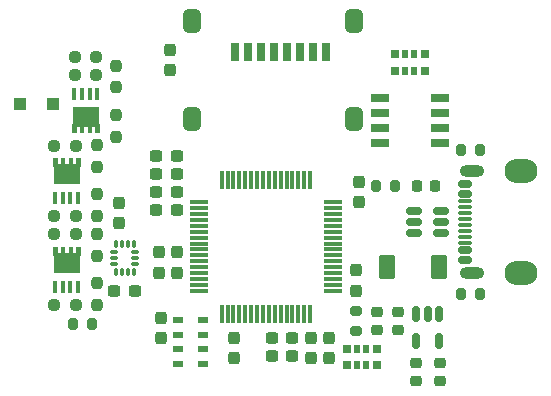
<source format=gbr>
%TF.GenerationSoftware,KiCad,Pcbnew,9.0.1*%
%TF.CreationDate,2025-05-21T17:24:48-04:00*%
%TF.ProjectId,control-module,636f6e74-726f-46c2-9d6d-6f64756c652e,rev?*%
%TF.SameCoordinates,Original*%
%TF.FileFunction,Paste,Top*%
%TF.FilePolarity,Positive*%
%FSLAX46Y46*%
G04 Gerber Fmt 4.6, Leading zero omitted, Abs format (unit mm)*
G04 Created by KiCad (PCBNEW 9.0.1) date 2025-05-21 17:24:48*
%MOMM*%
%LPD*%
G01*
G04 APERTURE LIST*
G04 Aperture macros list*
%AMRoundRect*
0 Rectangle with rounded corners*
0 $1 Rounding radius*
0 $2 $3 $4 $5 $6 $7 $8 $9 X,Y pos of 4 corners*
0 Add a 4 corners polygon primitive as box body*
4,1,4,$2,$3,$4,$5,$6,$7,$8,$9,$2,$3,0*
0 Add four circle primitives for the rounded corners*
1,1,$1+$1,$2,$3*
1,1,$1+$1,$4,$5*
1,1,$1+$1,$6,$7*
1,1,$1+$1,$8,$9*
0 Add four rect primitives between the rounded corners*
20,1,$1+$1,$2,$3,$4,$5,0*
20,1,$1+$1,$4,$5,$6,$7,0*
20,1,$1+$1,$6,$7,$8,$9,0*
20,1,$1+$1,$8,$9,$2,$3,0*%
%AMFreePoly0*
4,1,21,1.372500,0.787500,0.862500,0.787500,0.862500,0.532500,1.372500,0.532500,1.372500,0.127500,0.862500,0.127500,0.862500,-0.127500,1.372500,-0.127500,1.372500,-0.532500,0.862500,-0.532500,0.862500,-0.787500,1.372500,-0.787500,1.372500,-1.195000,0.612500,-1.195000,0.612500,-1.117500,-0.862500,-1.117500,-0.862500,1.117500,0.612500,1.117500,0.612500,1.195000,1.372500,1.195000,
1.372500,0.787500,1.372500,0.787500,$1*%
G04 Aperture macros list end*
%ADD10RoundRect,0.237500X0.237500X-0.250000X0.237500X0.250000X-0.237500X0.250000X-0.237500X-0.250000X0*%
%ADD11RoundRect,0.237500X-0.250000X-0.237500X0.250000X-0.237500X0.250000X0.237500X-0.250000X0.237500X0*%
%ADD12R,0.405000X0.990000*%
%ADD13FreePoly0,90.000000*%
%ADD14RoundRect,0.237500X0.237500X-0.300000X0.237500X0.300000X-0.237500X0.300000X-0.237500X-0.300000X0*%
%ADD15RoundRect,0.200000X-0.200000X-0.275000X0.200000X-0.275000X0.200000X0.275000X-0.200000X0.275000X0*%
%ADD16R,0.640000X0.700000*%
%ADD17R,0.500000X0.700000*%
%ADD18RoundRect,0.225000X-0.250000X0.225000X-0.250000X-0.225000X0.250000X-0.225000X0.250000X0.225000X0*%
%ADD19R,0.950000X0.550000*%
%ADD20RoundRect,0.237500X0.300000X0.237500X-0.300000X0.237500X-0.300000X-0.237500X0.300000X-0.237500X0*%
%ADD21RoundRect,0.087500X-0.087500X0.225000X-0.087500X-0.225000X0.087500X-0.225000X0.087500X0.225000X0*%
%ADD22RoundRect,0.087500X-0.225000X0.087500X-0.225000X-0.087500X0.225000X-0.087500X0.225000X0.087500X0*%
%ADD23RoundRect,0.237500X0.250000X0.237500X-0.250000X0.237500X-0.250000X-0.237500X0.250000X-0.237500X0*%
%ADD24RoundRect,0.237500X-0.237500X0.250000X-0.237500X-0.250000X0.237500X-0.250000X0.237500X0.250000X0*%
%ADD25RoundRect,0.200000X0.200000X0.275000X-0.200000X0.275000X-0.200000X-0.275000X0.200000X-0.275000X0*%
%ADD26RoundRect,0.150000X-0.150000X0.512500X-0.150000X-0.512500X0.150000X-0.512500X0.150000X0.512500X0*%
%ADD27RoundRect,0.250000X-0.300000X-0.300000X0.300000X-0.300000X0.300000X0.300000X-0.300000X0.300000X0*%
%ADD28RoundRect,0.237500X-0.237500X0.300000X-0.237500X-0.300000X0.237500X-0.300000X0.237500X0.300000X0*%
%ADD29RoundRect,0.150000X0.512500X0.150000X-0.512500X0.150000X-0.512500X-0.150000X0.512500X-0.150000X0*%
%ADD30RoundRect,0.190000X0.610000X0.190000X-0.610000X0.190000X-0.610000X-0.190000X0.610000X-0.190000X0*%
%ADD31R,0.800000X1.500000*%
%ADD32RoundRect,0.362500X-0.362500X-0.637500X0.362500X-0.637500X0.362500X0.637500X-0.362500X0.637500X0*%
%ADD33RoundRect,0.237500X-0.300000X-0.237500X0.300000X-0.237500X0.300000X0.237500X-0.300000X0.237500X0*%
%ADD34RoundRect,0.200000X-0.275000X0.200000X-0.275000X-0.200000X0.275000X-0.200000X0.275000X0.200000X0*%
%ADD35RoundRect,0.218750X0.256250X-0.218750X0.256250X0.218750X-0.256250X0.218750X-0.256250X-0.218750X0*%
%ADD36RoundRect,0.218750X0.218750X0.256250X-0.218750X0.256250X-0.218750X-0.256250X0.218750X-0.256250X0*%
%ADD37RoundRect,0.250000X0.450000X0.800000X-0.450000X0.800000X-0.450000X-0.800000X0.450000X-0.800000X0*%
%ADD38FreePoly0,270.000000*%
%ADD39RoundRect,0.150000X0.425000X-0.150000X0.425000X0.150000X-0.425000X0.150000X-0.425000X-0.150000X0*%
%ADD40RoundRect,0.075000X0.500000X-0.075000X0.500000X0.075000X-0.500000X0.075000X-0.500000X-0.075000X0*%
%ADD41O,2.100000X1.000000*%
%ADD42O,2.794000X2.032000*%
%ADD43RoundRect,0.237500X-0.237500X0.287500X-0.237500X-0.287500X0.237500X-0.287500X0.237500X0.287500X0*%
%ADD44RoundRect,0.075000X-0.700000X-0.075000X0.700000X-0.075000X0.700000X0.075000X-0.700000X0.075000X0*%
%ADD45RoundRect,0.075000X-0.075000X-0.700000X0.075000X-0.700000X0.075000X0.700000X-0.075000X0.700000X0*%
G04 APERTURE END LIST*
D10*
%TO.C,R10*%
X127161000Y-78890500D03*
X127161000Y-77065500D03*
%TD*%
D11*
%TO.C,R13*%
X125325500Y-57912000D03*
X127150500Y-57912000D03*
%TD*%
D12*
%TO.C,Q3*%
X123634000Y-69810500D03*
X124294000Y-69810500D03*
X124954000Y-69810500D03*
X125614000Y-69810500D03*
D13*
X124624000Y-67818000D03*
%TD*%
D11*
%TO.C,R20*%
X123584500Y-65405000D03*
X125409500Y-65405000D03*
%TD*%
D14*
%TO.C,C10*%
X132461000Y-76173500D03*
X132461000Y-74448500D03*
%TD*%
D11*
%TO.C,R12*%
X123584500Y-72932000D03*
X125409500Y-72932000D03*
%TD*%
D15*
%TO.C,R2*%
X150813000Y-68834000D03*
X152463000Y-68834000D03*
%TD*%
D12*
%TO.C,Q1*%
X123634000Y-77337500D03*
X124294000Y-77337500D03*
X124954000Y-77337500D03*
X125614000Y-77337500D03*
D13*
X124624000Y-75345000D03*
%TD*%
D16*
%TO.C,RN2*%
X154940000Y-57658000D03*
D17*
X154070000Y-57658000D03*
X153270000Y-57658000D03*
D16*
X152400000Y-57658000D03*
X152400000Y-59058000D03*
D17*
X153270000Y-59058000D03*
X154070000Y-59058000D03*
D16*
X154940000Y-59058000D03*
%TD*%
D18*
%TO.C,C1*%
X152654000Y-79489000D03*
X152654000Y-81039000D03*
%TD*%
D19*
%TO.C,U4*%
X134053000Y-80167000D03*
X134053000Y-81417000D03*
X134053000Y-82667000D03*
X134053000Y-83917000D03*
X136203000Y-83917000D03*
X136203000Y-82667000D03*
X136203000Y-81417000D03*
X136203000Y-80167000D03*
%TD*%
D20*
%TO.C,C12*%
X133958500Y-70866000D03*
X132233500Y-70866000D03*
%TD*%
D18*
%TO.C,C2*%
X154178000Y-83807000D03*
X154178000Y-85357000D03*
%TD*%
D21*
%TO.C,U5*%
X130290000Y-73767500D03*
X129790000Y-73767500D03*
X129290000Y-73767500D03*
X128790000Y-73767500D03*
D22*
X128627500Y-74430000D03*
X128627500Y-74930000D03*
X128627500Y-75430000D03*
D21*
X128790000Y-76092500D03*
X129290000Y-76092500D03*
X129790000Y-76092500D03*
X130290000Y-76092500D03*
D22*
X130452500Y-75430000D03*
X130452500Y-74930000D03*
X130452500Y-74430000D03*
%TD*%
D23*
%TO.C,R14*%
X127150500Y-59436000D03*
X125325500Y-59436000D03*
%TD*%
D20*
%TO.C,C4*%
X143737500Y-81661000D03*
X142012500Y-81661000D03*
%TD*%
D24*
%TO.C,R16*%
X128778000Y-58650500D03*
X128778000Y-60475500D03*
%TD*%
D18*
%TO.C,C3*%
X156210000Y-83807000D03*
X156210000Y-85357000D03*
%TD*%
D24*
%TO.C,R19*%
X127161000Y-65381500D03*
X127161000Y-67206500D03*
%TD*%
D15*
%TO.C,R1*%
X125159000Y-80518000D03*
X126809000Y-80518000D03*
%TD*%
D25*
%TO.C,R8*%
X159638000Y-65786000D03*
X157988000Y-65786000D03*
%TD*%
D26*
%TO.C,U1*%
X156144000Y-79634500D03*
X155194000Y-79634500D03*
X154244000Y-79634500D03*
X154244000Y-81909500D03*
X156144000Y-81909500D03*
%TD*%
D25*
%TO.C,R7*%
X159638000Y-77978000D03*
X157988000Y-77978000D03*
%TD*%
D27*
%TO.C,D4*%
X120647000Y-61849000D03*
X123447000Y-61849000D03*
%TD*%
D24*
%TO.C,R15*%
X128778000Y-62841500D03*
X128778000Y-64666500D03*
%TD*%
D11*
%TO.C,R9*%
X123584500Y-78901000D03*
X125409500Y-78901000D03*
%TD*%
D28*
%TO.C,C16*%
X133359000Y-57272000D03*
X133359000Y-58997000D03*
%TD*%
D20*
%TO.C,C8*%
X133958500Y-69342000D03*
X132233500Y-69342000D03*
%TD*%
D14*
%TO.C,C14*%
X149098000Y-77697500D03*
X149098000Y-75972500D03*
%TD*%
D16*
%TO.C,RN1*%
X148336000Y-84012000D03*
D17*
X149206000Y-84012000D03*
X150006000Y-84012000D03*
D16*
X150876000Y-84012000D03*
X150876000Y-82612000D03*
D17*
X150006000Y-82612000D03*
X149206000Y-82612000D03*
D16*
X148336000Y-82612000D03*
%TD*%
D29*
%TO.C,U2*%
X156331500Y-72832000D03*
X156331500Y-71882000D03*
X156331500Y-70932000D03*
X154056500Y-70932000D03*
X154056500Y-71882000D03*
X154056500Y-72832000D03*
%TD*%
D24*
%TO.C,R11*%
X127161000Y-72908500D03*
X127161000Y-74733500D03*
%TD*%
D30*
%TO.C,SW1*%
X156210000Y-65151000D03*
X156210000Y-63881000D03*
X156210000Y-62611000D03*
X156210000Y-61341000D03*
X151130000Y-61341000D03*
X151130000Y-62611000D03*
X151130000Y-63881000D03*
X151130000Y-65151000D03*
%TD*%
D14*
%TO.C,C13*%
X133985000Y-76173500D03*
X133985000Y-74448500D03*
%TD*%
D20*
%TO.C,C7*%
X143737500Y-83185000D03*
X142012500Y-83185000D03*
%TD*%
%TO.C,C6*%
X133958500Y-66294000D03*
X132233500Y-66294000D03*
%TD*%
D28*
%TO.C,C11*%
X138811000Y-81687500D03*
X138811000Y-83412500D03*
%TD*%
D31*
%TO.C,J4*%
X138908000Y-57463000D03*
X140008000Y-57463000D03*
X141108000Y-57463000D03*
X142208000Y-57463000D03*
X143308000Y-57463000D03*
X144408000Y-57463000D03*
X145508000Y-57463000D03*
X146608000Y-57463000D03*
D32*
X135238000Y-54863000D03*
X135238000Y-63163000D03*
X148988000Y-54863000D03*
X148988000Y-63163000D03*
%TD*%
D10*
%TO.C,R18*%
X127161000Y-71363500D03*
X127161000Y-69538500D03*
%TD*%
D33*
%TO.C,C19*%
X128677500Y-77724000D03*
X130402500Y-77724000D03*
%TD*%
D28*
%TO.C,C17*%
X132588000Y-80010000D03*
X132588000Y-81735000D03*
%TD*%
%TO.C,C9*%
X146812000Y-81687500D03*
X146812000Y-83412500D03*
%TD*%
D34*
%TO.C,R3*%
X149098000Y-79439000D03*
X149098000Y-81089000D03*
%TD*%
D35*
%TO.C,D2*%
X150876000Y-81051500D03*
X150876000Y-79476500D03*
%TD*%
D36*
%TO.C,D1*%
X155854500Y-68834000D03*
X154279500Y-68834000D03*
%TD*%
D14*
%TO.C,C18*%
X129032000Y-71982500D03*
X129032000Y-70257500D03*
%TD*%
D20*
%TO.C,C5*%
X133958500Y-67818000D03*
X132233500Y-67818000D03*
%TD*%
D37*
%TO.C,D3*%
X156124000Y-75692000D03*
X151724000Y-75692000D03*
%TD*%
D11*
%TO.C,R17*%
X123584500Y-71374000D03*
X125409500Y-71374000D03*
%TD*%
D12*
%TO.C,Q2*%
X127228000Y-61033500D03*
X126568000Y-61033500D03*
X125908000Y-61033500D03*
X125248000Y-61033500D03*
D38*
X126238000Y-63026000D03*
%TD*%
D39*
%TO.C,J3*%
X158372000Y-75082000D03*
X158372000Y-74282000D03*
D40*
X158372000Y-73132000D03*
X158372000Y-72132000D03*
X158372000Y-71632000D03*
X158372000Y-70632000D03*
D39*
X158372000Y-69482000D03*
X158372000Y-68682000D03*
X158372000Y-68682000D03*
X158372000Y-69482000D03*
D40*
X158372000Y-70132000D03*
X158372000Y-71132000D03*
X158372000Y-72632000D03*
X158372000Y-73632000D03*
D39*
X158372000Y-74282000D03*
X158372000Y-75082000D03*
D41*
X158947000Y-76202000D03*
D42*
X163127000Y-76202000D03*
D41*
X158947000Y-67562000D03*
D42*
X163127000Y-67562000D03*
%TD*%
D43*
%TO.C,L1*%
X145288000Y-81675000D03*
X145288000Y-83425000D03*
%TD*%
D44*
%TO.C,U3*%
X135824000Y-70201000D03*
X135824000Y-70701000D03*
X135824000Y-71201000D03*
X135824000Y-71701000D03*
X135824000Y-72201000D03*
X135824000Y-72701000D03*
X135824000Y-73201000D03*
X135824000Y-73701000D03*
X135824000Y-74201000D03*
X135824000Y-74701000D03*
X135824000Y-75201000D03*
X135824000Y-75701000D03*
X135824000Y-76201000D03*
X135824000Y-76701000D03*
X135824000Y-77201000D03*
X135824000Y-77701000D03*
D45*
X137749000Y-79626000D03*
X138249000Y-79626000D03*
X138749000Y-79626000D03*
X139249000Y-79626000D03*
X139749000Y-79626000D03*
X140249000Y-79626000D03*
X140749000Y-79626000D03*
X141249000Y-79626000D03*
X141749000Y-79626000D03*
X142249000Y-79626000D03*
X142749000Y-79626000D03*
X143249000Y-79626000D03*
X143749000Y-79626000D03*
X144249000Y-79626000D03*
X144749000Y-79626000D03*
X145249000Y-79626000D03*
D44*
X147174000Y-77701000D03*
X147174000Y-77201000D03*
X147174000Y-76701000D03*
X147174000Y-76201000D03*
X147174000Y-75701000D03*
X147174000Y-75201000D03*
X147174000Y-74701000D03*
X147174000Y-74201000D03*
X147174000Y-73701000D03*
X147174000Y-73201000D03*
X147174000Y-72701000D03*
X147174000Y-72201000D03*
X147174000Y-71701000D03*
X147174000Y-71201000D03*
X147174000Y-70701000D03*
X147174000Y-70201000D03*
D45*
X145249000Y-68276000D03*
X144749000Y-68276000D03*
X144249000Y-68276000D03*
X143749000Y-68276000D03*
X143249000Y-68276000D03*
X142749000Y-68276000D03*
X142249000Y-68276000D03*
X141749000Y-68276000D03*
X141249000Y-68276000D03*
X140749000Y-68276000D03*
X140249000Y-68276000D03*
X139749000Y-68276000D03*
X139249000Y-68276000D03*
X138749000Y-68276000D03*
X138249000Y-68276000D03*
X137749000Y-68276000D03*
%TD*%
D14*
%TO.C,C15*%
X149352000Y-70204500D03*
X149352000Y-68479500D03*
%TD*%
M02*

</source>
